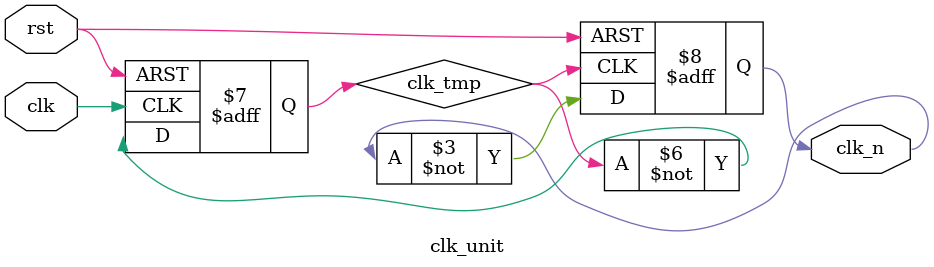
<source format=v>
`timescale 1ns / 1ps


module clk_unit(
	input clk,
	input rst,
	output reg clk_n
	);
	
   
    reg clk_tmp;
    always @(posedge clk_tmp or negedge rst) begin
       if (~rst)
        clk_n <= 0;
      else
        clk_n <= ~clk_n;
    end
    
    always @(posedge clk or negedge rst) begin
        if (~rst)
            clk_tmp <= 0;
        else
            clk_tmp <= ~clk_tmp;
    end
endmodule
</source>
